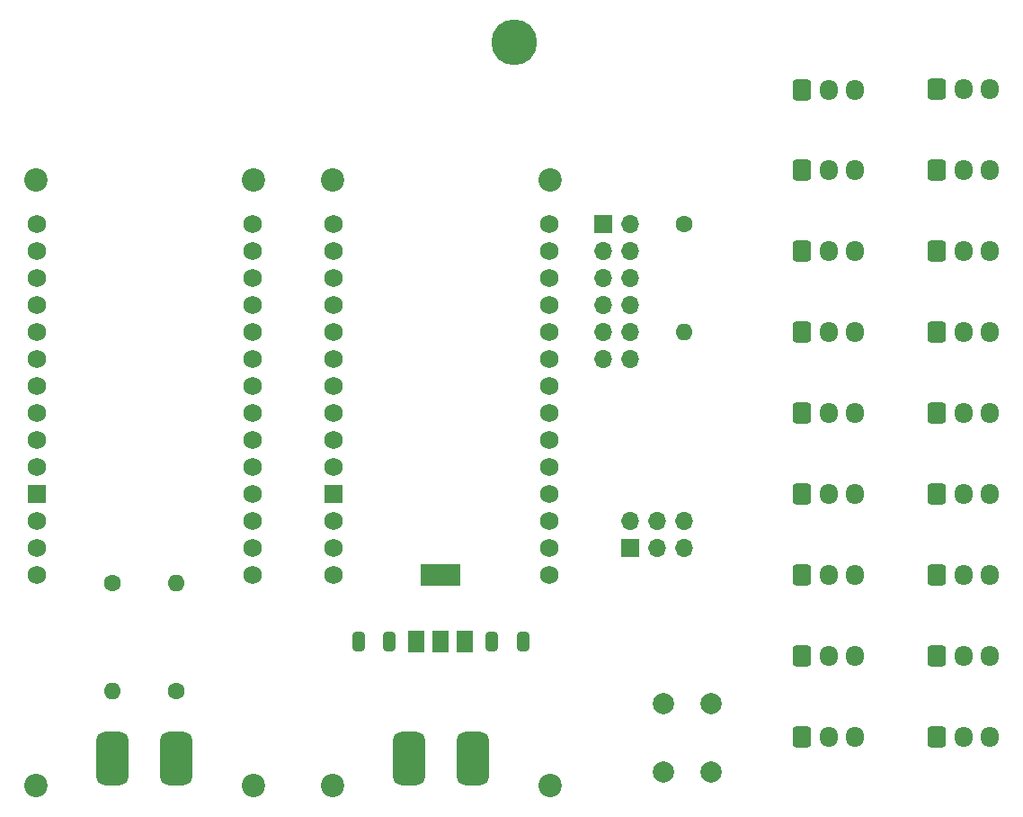
<source format=gbr>
%TF.GenerationSoftware,KiCad,Pcbnew,7.0.10-1.fc39*%
%TF.CreationDate,2024-03-03T09:54:11-06:00*%
%TF.ProjectId,mkr-sensor-shield-with-modem,6d6b722d-7365-46e7-936f-722d73686965,rev?*%
%TF.SameCoordinates,Original*%
%TF.FileFunction,Soldermask,Top*%
%TF.FilePolarity,Negative*%
%FSLAX46Y46*%
G04 Gerber Fmt 4.6, Leading zero omitted, Abs format (unit mm)*
G04 Created by KiCad (PCBNEW 7.0.10-1.fc39) date 2024-03-03 09:54:11*
%MOMM*%
%LPD*%
G01*
G04 APERTURE LIST*
G04 Aperture macros list*
%AMRoundRect*
0 Rectangle with rounded corners*
0 $1 Rounding radius*
0 $2 $3 $4 $5 $6 $7 $8 $9 X,Y pos of 4 corners*
0 Add a 4 corners polygon primitive as box body*
4,1,4,$2,$3,$4,$5,$6,$7,$8,$9,$2,$3,0*
0 Add four circle primitives for the rounded corners*
1,1,$1+$1,$2,$3*
1,1,$1+$1,$4,$5*
1,1,$1+$1,$6,$7*
1,1,$1+$1,$8,$9*
0 Add four rect primitives between the rounded corners*
20,1,$1+$1,$2,$3,$4,$5,0*
20,1,$1+$1,$4,$5,$6,$7,0*
20,1,$1+$1,$6,$7,$8,$9,0*
20,1,$1+$1,$8,$9,$2,$3,0*%
G04 Aperture macros list end*
%ADD10RoundRect,0.250000X-0.600000X-0.725000X0.600000X-0.725000X0.600000X0.725000X-0.600000X0.725000X0*%
%ADD11O,1.700000X1.950000*%
%ADD12RoundRect,0.250000X-0.325000X-0.650000X0.325000X-0.650000X0.325000X0.650000X-0.325000X0.650000X0*%
%ADD13RoundRect,0.750000X-0.750000X-1.750000X0.750000X-1.750000X0.750000X1.750000X-0.750000X1.750000X0*%
%ADD14R,1.500000X2.000000*%
%ADD15R,3.800000X2.000000*%
%ADD16C,4.300000*%
%ADD17C,1.600000*%
%ADD18O,1.600000X1.600000*%
%ADD19C,2.000000*%
%ADD20R,1.700000X1.700000*%
%ADD21O,1.700000X1.700000*%
%ADD22C,2.200000*%
%ADD23C,1.727200*%
%ADD24R,1.727200X1.727200*%
%ADD25RoundRect,0.250000X0.325000X0.650000X-0.325000X0.650000X-0.325000X-0.650000X0.325000X-0.650000X0*%
G04 APERTURE END LIST*
D10*
%TO.C,J14*%
X197682000Y-82075200D03*
D11*
X200182000Y-82075200D03*
X202682000Y-82075200D03*
%TD*%
D10*
%TO.C,J7*%
X184982000Y-97315200D03*
D11*
X187482000Y-97315200D03*
X189982000Y-97315200D03*
%TD*%
D12*
%TO.C,C2*%
X155742000Y-103660000D03*
X158692000Y-103660000D03*
%TD*%
D10*
%TO.C,J11*%
X197682000Y-59215200D03*
D11*
X200182000Y-59215200D03*
X202682000Y-59215200D03*
%TD*%
D10*
%TO.C,J13*%
X197682000Y-74455200D03*
D11*
X200182000Y-74455200D03*
X202682000Y-74455200D03*
%TD*%
D10*
%TO.C,J15*%
X197682000Y-89695200D03*
D11*
X200182000Y-89695200D03*
X202682000Y-89695200D03*
%TD*%
D10*
%TO.C,J12*%
X197682000Y-66835200D03*
D11*
X200182000Y-66835200D03*
X202682000Y-66835200D03*
%TD*%
D13*
%TO.C,J21*%
X147942000Y-114660000D03*
X153942000Y-114660000D03*
%TD*%
D10*
%TO.C,J17*%
X197682000Y-104935200D03*
D11*
X200182000Y-104935200D03*
X202682000Y-104935200D03*
%TD*%
D10*
%TO.C,J16*%
X197682000Y-97315200D03*
D11*
X200182000Y-97315200D03*
X202682000Y-97315200D03*
%TD*%
D10*
%TO.C,J5*%
X184982000Y-82075200D03*
D11*
X187482000Y-82075200D03*
X189982000Y-82075200D03*
%TD*%
D10*
%TO.C,J1*%
X184982000Y-51720000D03*
D11*
X187482000Y-51720000D03*
X189982000Y-51720000D03*
%TD*%
D14*
%TO.C,U1*%
X148642000Y-103660000D03*
X150942000Y-103660000D03*
X153242000Y-103660000D03*
D15*
X150942000Y-97360000D03*
%TD*%
D16*
%TO.C,H1*%
X157842000Y-47200000D03*
%TD*%
D10*
%TO.C,J8*%
X184982000Y-104935200D03*
D11*
X187482000Y-104935200D03*
X189982000Y-104935200D03*
%TD*%
D17*
%TO.C,R1*%
X173892000Y-64295200D03*
D18*
X173892000Y-74455200D03*
%TD*%
D10*
%TO.C,J4*%
X184982000Y-74455200D03*
D11*
X187482000Y-74455200D03*
X189982000Y-74455200D03*
%TD*%
D19*
%TO.C,SW1*%
X176437000Y-109430000D03*
X176437000Y-115930000D03*
X171937000Y-109430000D03*
X171937000Y-115930000D03*
%TD*%
D10*
%TO.C,J9*%
X184982000Y-112555200D03*
D11*
X187482000Y-112555200D03*
X189982000Y-112555200D03*
%TD*%
D17*
%TO.C,R3*%
X126002000Y-108310000D03*
D18*
X126002000Y-98150000D03*
%TD*%
D10*
%TO.C,J3*%
X184982000Y-66835200D03*
D11*
X187482000Y-66835200D03*
X189982000Y-66835200D03*
%TD*%
D20*
%TO.C,J19*%
X166272000Y-64295200D03*
D21*
X168812000Y-64295200D03*
X166272000Y-66835200D03*
X168812000Y-66835200D03*
X166272000Y-69375200D03*
X168812000Y-69375200D03*
X166272000Y-71915200D03*
X168812000Y-71915200D03*
X166272000Y-74455200D03*
X168812000Y-74455200D03*
X166272000Y-76995200D03*
X168812000Y-76995200D03*
%TD*%
D10*
%TO.C,J2*%
X184982000Y-59215200D03*
D11*
X187482000Y-59215200D03*
X189982000Y-59215200D03*
%TD*%
D22*
%TO.C,A2*%
X112842000Y-117200000D03*
X133342000Y-117200000D03*
X112842000Y-60200000D03*
X133342000Y-60200000D03*
D23*
X112932000Y-92235200D03*
X112932000Y-97315200D03*
X133252000Y-94775200D03*
X133252000Y-92235200D03*
X133252000Y-89695200D03*
X133252000Y-87155200D03*
X133252000Y-84615200D03*
X133252000Y-82075200D03*
X133252000Y-79535200D03*
X133252000Y-97315200D03*
X133252000Y-76995200D03*
X133252000Y-74455200D03*
X133252000Y-71915200D03*
X133252000Y-69375200D03*
X133252000Y-66835200D03*
X133252000Y-64295200D03*
X112932000Y-64295200D03*
X112932000Y-66835200D03*
X112932000Y-69375200D03*
X112932000Y-71915200D03*
X112932000Y-74455200D03*
X112932000Y-76995200D03*
X112932000Y-79535200D03*
X112932000Y-82075200D03*
X112932000Y-84615200D03*
D24*
X112932000Y-89695200D03*
D23*
X112932000Y-87155200D03*
X112932000Y-94775200D03*
%TD*%
D10*
%TO.C,J18*%
X197682000Y-112555200D03*
D11*
X200182000Y-112555200D03*
X202682000Y-112555200D03*
%TD*%
D17*
%TO.C,R2*%
X120002000Y-98150000D03*
D18*
X120002000Y-108310000D03*
%TD*%
D22*
%TO.C,A1*%
X140782000Y-117200000D03*
X161282000Y-117200000D03*
X140782000Y-60200000D03*
X161282000Y-60200000D03*
D23*
X140872000Y-92235200D03*
X140872000Y-97315200D03*
X161192000Y-94775200D03*
X161192000Y-92235200D03*
X161192000Y-89695200D03*
X161192000Y-87155200D03*
X161192000Y-84615200D03*
X161192000Y-82075200D03*
X161192000Y-79535200D03*
X161192000Y-97315200D03*
X161192000Y-76995200D03*
X161192000Y-74455200D03*
X161192000Y-71915200D03*
X161192000Y-69375200D03*
X161192000Y-66835200D03*
X161192000Y-64295200D03*
X140872000Y-64295200D03*
X140872000Y-66835200D03*
X140872000Y-69375200D03*
X140872000Y-71915200D03*
X140872000Y-74455200D03*
X140872000Y-76995200D03*
X140872000Y-79535200D03*
X140872000Y-82075200D03*
X140872000Y-84615200D03*
D24*
X140872000Y-89695200D03*
D23*
X140872000Y-87155200D03*
X140872000Y-94775200D03*
%TD*%
D10*
%TO.C,J6*%
X184982000Y-89695200D03*
D11*
X187482000Y-89695200D03*
X189982000Y-89695200D03*
%TD*%
D10*
%TO.C,J10*%
X197682000Y-51595200D03*
D11*
X200182000Y-51595200D03*
X202682000Y-51595200D03*
%TD*%
D25*
%TO.C,C1*%
X146142000Y-103660000D03*
X143192000Y-103660000D03*
%TD*%
D20*
%TO.C,J20*%
X168812000Y-94775200D03*
D21*
X168812000Y-92235200D03*
X171352000Y-94775200D03*
X171352000Y-92235200D03*
X173892000Y-94775200D03*
X173892000Y-92235200D03*
%TD*%
D13*
%TO.C,J23*%
X120002000Y-114660000D03*
X126002000Y-114660000D03*
%TD*%
M02*

</source>
